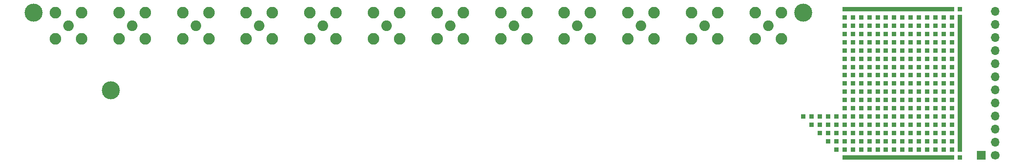
<source format=gbr>
%TF.GenerationSoftware,KiCad,Pcbnew,6.0.11+dfsg-1*%
%TF.CreationDate,2025-11-09T18:03:23+01:00*%
%TF.ProjectId,UNBProbeBase,554e4250-726f-4626-9542-6173652e6b69,0.2*%
%TF.SameCoordinates,Original*%
%TF.FileFunction,Soldermask,Top*%
%TF.FilePolarity,Negative*%
%FSLAX46Y46*%
G04 Gerber Fmt 4.6, Leading zero omitted, Abs format (unit mm)*
G04 Created by KiCad (PCBNEW 6.0.11+dfsg-1) date 2025-11-09 18:03:23*
%MOMM*%
%LPD*%
G01*
G04 APERTURE LIST*
%ADD10C,2.050000*%
%ADD11C,2.250000*%
%ADD12R,0.950000X0.950000*%
%ADD13R,21.750000X0.950000*%
%ADD14R,0.950000X26.550000*%
%ADD15C,1.700000*%
%ADD16O,1.700000X1.700000*%
%ADD17R,1.700000X1.700000*%
%ADD18C,3.500000*%
G04 APERTURE END LIST*
D10*
%TO.C,P2*%
X76048000Y-88416000D03*
D11*
X73508000Y-90956000D03*
X78588000Y-85876000D03*
X73508000Y-85876000D03*
X78588000Y-90956000D03*
%TD*%
D10*
%TO.C,P4*%
X100727000Y-88421000D03*
D11*
X98187000Y-85881000D03*
X103267000Y-85881000D03*
X103267000Y-90961000D03*
X98187000Y-90961000D03*
%TD*%
D10*
%TO.C,P5*%
X113069000Y-88417000D03*
D11*
X110529000Y-90957000D03*
X110529000Y-85877000D03*
X115609000Y-90957000D03*
X115609000Y-85877000D03*
%TD*%
D10*
%TO.C,P6*%
X125418000Y-88422000D03*
D11*
X127958000Y-85882000D03*
X122878000Y-85882000D03*
X122878000Y-90962000D03*
X127958000Y-90962000D03*
%TD*%
D10*
%TO.C,P7*%
X137762000Y-88420000D03*
D11*
X140302000Y-90960000D03*
X140302000Y-85880000D03*
X135222000Y-85880000D03*
X135222000Y-90960000D03*
%TD*%
D10*
%TO.C,P8*%
X150105000Y-88433000D03*
D11*
X152645000Y-90973000D03*
X152645000Y-85893000D03*
X147565000Y-90973000D03*
X147565000Y-85893000D03*
%TD*%
D10*
%TO.C,P9*%
X162444000Y-88437000D03*
D11*
X159904000Y-85897000D03*
X164984000Y-90977000D03*
X164984000Y-85897000D03*
X159904000Y-90977000D03*
%TD*%
D10*
%TO.C,P10*%
X174796000Y-88435000D03*
D11*
X177336000Y-90975000D03*
X177336000Y-85895000D03*
X172256000Y-90975000D03*
X172256000Y-85895000D03*
%TD*%
D10*
%TO.C,P12*%
X199474000Y-88425000D03*
D11*
X196934000Y-85885000D03*
X196934000Y-90965000D03*
X202014000Y-90965000D03*
X202014000Y-85885000D03*
%TD*%
D10*
%TO.C,P1*%
X63710000Y-88428000D03*
D11*
X66250000Y-85888000D03*
X61170000Y-90968000D03*
X61170000Y-85888000D03*
X66250000Y-90968000D03*
%TD*%
D10*
%TO.C,P3*%
X88386000Y-88418000D03*
D11*
X90926000Y-90958000D03*
X85846000Y-85878000D03*
X85846000Y-90958000D03*
X90926000Y-85878000D03*
%TD*%
D10*
%TO.C,P11*%
X187131000Y-88429000D03*
D11*
X189671000Y-90969000D03*
X189671000Y-85889000D03*
X184591000Y-85889000D03*
X184591000Y-90969000D03*
%TD*%
D12*
%TO.C,PG1*%
X228714000Y-94836000D03*
X228714000Y-107636000D03*
X225514000Y-91636000D03*
X222314000Y-98036000D03*
X217514000Y-109236000D03*
X223914000Y-86836000D03*
X217514000Y-93236000D03*
X233514000Y-91636000D03*
X211114000Y-110836000D03*
X225514000Y-112436000D03*
X219114000Y-91636000D03*
X228714000Y-93236000D03*
X215914000Y-101236000D03*
X231914000Y-93236000D03*
X220714000Y-109236000D03*
X217514000Y-99636000D03*
X227114000Y-109236000D03*
X230314000Y-101236000D03*
X225514000Y-101236000D03*
X225514000Y-88436000D03*
X220714000Y-112436000D03*
X222314000Y-102836000D03*
X215914000Y-91636000D03*
X223914000Y-93236000D03*
X225514000Y-102836000D03*
X231914000Y-112436000D03*
X231914000Y-109236000D03*
X231914000Y-91636000D03*
X233514000Y-96436000D03*
X217514000Y-104436000D03*
X222314000Y-112436000D03*
X230314000Y-98036000D03*
X230314000Y-90036000D03*
X214314000Y-109236000D03*
X230314000Y-94836000D03*
X223914000Y-106036000D03*
X219114000Y-110836000D03*
X220714000Y-102836000D03*
X231914000Y-99636000D03*
X223914000Y-104436000D03*
X222314000Y-86836000D03*
X231914000Y-110836000D03*
X212714000Y-110836000D03*
X215914000Y-90036000D03*
X212714000Y-107636000D03*
X230314000Y-106036000D03*
X230314000Y-110836000D03*
X233514000Y-93236000D03*
X215914000Y-104436000D03*
X217514000Y-102836000D03*
X230314000Y-99636000D03*
X227114000Y-88436000D03*
X220714000Y-86836000D03*
X235114000Y-86836000D03*
X233514000Y-106036000D03*
X228714000Y-90036000D03*
X230314000Y-104436000D03*
X230314000Y-88436000D03*
X225514000Y-110836000D03*
X235114000Y-106036000D03*
X217514000Y-110836000D03*
X217514000Y-90036000D03*
X231914000Y-101236000D03*
X219114000Y-93236000D03*
X231914000Y-104436000D03*
X225514000Y-99636000D03*
X225514000Y-104436000D03*
X233514000Y-90036000D03*
X228714000Y-109236000D03*
X228714000Y-88436000D03*
X227114000Y-90036000D03*
X220714000Y-90036000D03*
X211114000Y-107636000D03*
X233514000Y-109236000D03*
X212714000Y-106036000D03*
X215914000Y-109236000D03*
X233514000Y-88436000D03*
X225514000Y-98036000D03*
X227114000Y-91636000D03*
X220714000Y-91636000D03*
X228714000Y-91636000D03*
X233514000Y-107636000D03*
X235114000Y-104436000D03*
X235114000Y-96436000D03*
X235114000Y-88436000D03*
X225514000Y-96436000D03*
X214314000Y-106036000D03*
X235114000Y-91636000D03*
X214314000Y-107636000D03*
X231914000Y-94836000D03*
X231914000Y-86836000D03*
X217514000Y-88436000D03*
X223914000Y-98036000D03*
X222314000Y-106036000D03*
X231914000Y-107636000D03*
X219114000Y-98036000D03*
X223914000Y-96436000D03*
X209514000Y-106036000D03*
X223914000Y-112436000D03*
X235114000Y-93236000D03*
X235114000Y-99636000D03*
X225514000Y-94836000D03*
X215914000Y-93236000D03*
X231914000Y-102836000D03*
X219114000Y-90036000D03*
X223914000Y-88436000D03*
X227114000Y-96436000D03*
X228714000Y-106036000D03*
X223914000Y-90036000D03*
X233514000Y-102836000D03*
X227114000Y-104436000D03*
X222314000Y-110836000D03*
X227114000Y-112436000D03*
X223914000Y-109236000D03*
X227114000Y-106036000D03*
X231914000Y-88436000D03*
X223914000Y-101236000D03*
X219114000Y-101236000D03*
X219114000Y-94836000D03*
X235114000Y-94836000D03*
X219114000Y-106036000D03*
X219114000Y-102836000D03*
X215914000Y-102836000D03*
X217514000Y-94836000D03*
X217514000Y-96436000D03*
X235114000Y-90036000D03*
X219114000Y-112436000D03*
X220714000Y-104436000D03*
X231914000Y-106036000D03*
X228714000Y-86836000D03*
X225514000Y-93236000D03*
X217514000Y-91636000D03*
X228714000Y-112436000D03*
X223914000Y-107636000D03*
X231914000Y-98036000D03*
X209514000Y-109236000D03*
X222314000Y-90036000D03*
X235114000Y-109236000D03*
X219114000Y-107636000D03*
X230314000Y-96436000D03*
X211114000Y-109236000D03*
X220714000Y-106036000D03*
X220714000Y-93236000D03*
X227114000Y-110836000D03*
X209514000Y-107636000D03*
X223914000Y-94836000D03*
X231914000Y-90036000D03*
X215914000Y-88436000D03*
X235114000Y-102836000D03*
X233514000Y-86836000D03*
X236714000Y-114036000D03*
X215914000Y-110836000D03*
X222314000Y-101236000D03*
X223914000Y-102836000D03*
X233514000Y-112436000D03*
X227114000Y-98036000D03*
X222314000Y-91636000D03*
X236714000Y-85236000D03*
X231914000Y-96436000D03*
X219114000Y-96436000D03*
X230314000Y-109236000D03*
X227114000Y-99636000D03*
X212714000Y-109236000D03*
X230314000Y-91636000D03*
X219114000Y-86836000D03*
X222314000Y-96436000D03*
X230314000Y-93236000D03*
X233514000Y-101236000D03*
X217514000Y-112436000D03*
X211114000Y-106036000D03*
X219114000Y-88436000D03*
X235114000Y-107636000D03*
X223914000Y-99636000D03*
X222314000Y-94836000D03*
X215914000Y-107636000D03*
X228714000Y-110836000D03*
X233514000Y-104436000D03*
X235114000Y-112436000D03*
X228714000Y-104436000D03*
X212714000Y-112436000D03*
X217514000Y-98036000D03*
X230314000Y-112436000D03*
X206314000Y-106036000D03*
X215914000Y-106036000D03*
X235114000Y-101236000D03*
X233514000Y-94836000D03*
X220714000Y-94836000D03*
X230314000Y-107636000D03*
X235114000Y-110836000D03*
X215914000Y-96436000D03*
X217514000Y-106036000D03*
X228714000Y-96436000D03*
X233514000Y-98036000D03*
X219114000Y-109236000D03*
X214314000Y-112436000D03*
X215914000Y-86836000D03*
X220714000Y-98036000D03*
X227114000Y-86836000D03*
X207914000Y-106036000D03*
X227114000Y-94836000D03*
X225514000Y-86836000D03*
X220714000Y-107636000D03*
X225514000Y-109236000D03*
X228714000Y-102836000D03*
X220714000Y-96436000D03*
X228714000Y-99636000D03*
X222314000Y-104436000D03*
X230314000Y-86836000D03*
X227114000Y-102836000D03*
X228714000Y-98036000D03*
X217514000Y-107636000D03*
X215914000Y-99636000D03*
X220714000Y-88436000D03*
X219114000Y-104436000D03*
X227114000Y-101236000D03*
X220714000Y-99636000D03*
X225514000Y-90036000D03*
X215914000Y-98036000D03*
X223914000Y-91636000D03*
X219114000Y-99636000D03*
X222314000Y-107636000D03*
X233514000Y-99636000D03*
X222314000Y-109236000D03*
X235114000Y-98036000D03*
X230314000Y-102836000D03*
X227114000Y-93236000D03*
X223914000Y-110836000D03*
X222314000Y-99636000D03*
X217514000Y-101236000D03*
X220714000Y-101236000D03*
X222314000Y-88436000D03*
X215914000Y-94836000D03*
X222314000Y-93236000D03*
X233514000Y-110836000D03*
X227114000Y-107636000D03*
X228714000Y-101236000D03*
X215914000Y-112436000D03*
X220714000Y-110836000D03*
X217514000Y-86836000D03*
X207914000Y-107636000D03*
X225514000Y-107636000D03*
X214314000Y-110836000D03*
X225514000Y-106036000D03*
X214314000Y-104436000D03*
X214314000Y-102836000D03*
X214314000Y-101236000D03*
X214314000Y-99636000D03*
X214314000Y-98036000D03*
X214314000Y-96436000D03*
X214314000Y-94836000D03*
X214314000Y-93236000D03*
X214314000Y-91636000D03*
X214314000Y-90036000D03*
X214314000Y-88436000D03*
X214314000Y-86836000D03*
D13*
X224714000Y-85236000D03*
X224714000Y-114036000D03*
D14*
X236714000Y-99636000D03*
%TD*%
D15*
%TO.C,J13*%
X243536000Y-113543000D03*
D16*
X243536000Y-111003000D03*
X243536000Y-108463000D03*
X243536000Y-105923000D03*
X243536000Y-103383000D03*
X243536000Y-100843000D03*
X243536000Y-98303000D03*
X243536000Y-95763000D03*
X243536000Y-93223000D03*
X243536000Y-90683000D03*
X243536000Y-88143000D03*
X243536000Y-85603000D03*
%TD*%
D17*
%TO.C,REF\u002A\u002A*%
X240858301Y-113543000D03*
%TD*%
D18*
%TO.C,REF\u002A\u002A*%
X56887000Y-85896000D03*
%TD*%
%TO.C,REF\u002A\u002A*%
X206293000Y-85896000D03*
%TD*%
%TO.C,REF\u002A\u002A*%
X71911000Y-100938000D03*
%TD*%
M02*

</source>
